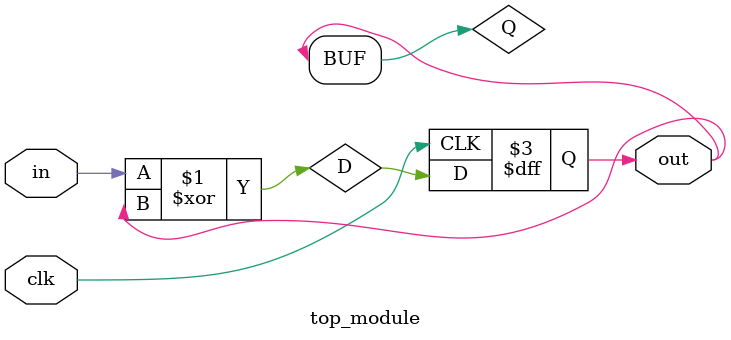
<source format=v>
module top_module(
  input clk,
  input in,
  output out
);

  wire D;
  wire Q;

  assign Q = out;
  assign D = (in ^ Q);
  /*
  I created a wire for Q to make the implementation straight forward.
  Look at the wire as a Q' of Q, but did not name the wire to Q.
  */

  always @ (posedge clk) begin
    out <= D;
  end

endmodule

</source>
